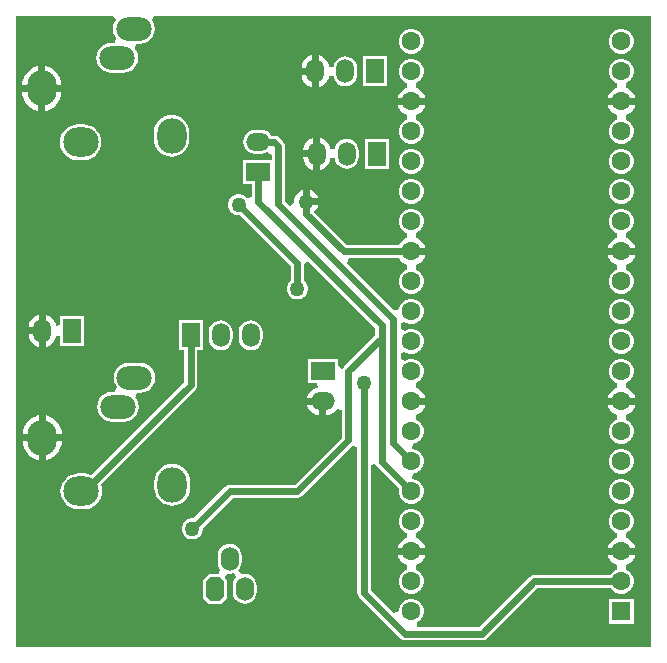
<source format=gbr>
%TF.GenerationSoftware,Altium Limited,Altium Designer,25.8.1 (18)*%
G04 Layer_Physical_Order=2*
G04 Layer_Color=16711680*
%FSLAX45Y45*%
%MOMM*%
%TF.SameCoordinates,EFCC0B50-9DCE-48EA-B2C5-4199F32896F4*%
%TF.FilePolarity,Positive*%
%TF.FileFunction,Copper,L2,Bot,Signal*%
%TF.Part,Single*%
G01*
G75*
%TA.AperFunction,Conductor*%
%ADD14C,0.60000*%
%TA.AperFunction,ComponentPad*%
%ADD15R,2.00000X1.50000*%
%ADD16O,2.00000X1.50000*%
%ADD17C,1.60000*%
%ADD18R,1.60000X1.60000*%
%ADD19O,2.50000X3.00000*%
%ADD20O,1.50000X2.00000*%
%ADD21O,3.00000X2.50000*%
%ADD22O,3.00000X2.00000*%
%ADD23O,1.52400X2.03200*%
G04:AMPARAMS|DCode=24|XSize=1.524mm|YSize=2.032mm|CornerRadius=0mm|HoleSize=0mm|Usage=FLASHONLY|Rotation=0.000|XOffset=0mm|YOffset=0mm|HoleType=Round|Shape=Octagon|*
%AMOCTAGOND24*
4,1,8,-0.38100,1.01600,0.38100,1.01600,0.76200,0.63500,0.76200,-0.63500,0.38100,-1.01600,-0.38100,-1.01600,-0.76200,-0.63500,-0.76200,0.63500,-0.38100,1.01600,0.0*
%
%ADD24OCTAGOND24*%

%ADD25R,1.50000X2.00000*%
%TA.AperFunction,ViaPad*%
%ADD26C,1.27000*%
G36*
X7949453Y7303247D02*
X2570446D01*
Y12650753D01*
X3396576D01*
X3416302Y12610754D01*
X3409463Y12601841D01*
X3396828Y12571336D01*
X3392518Y12538600D01*
X3396828Y12505864D01*
X3409463Y12475359D01*
X3421185Y12460082D01*
X3407762Y12424666D01*
X3403682Y12420082D01*
X3379000D01*
X3346264Y12415772D01*
X3315759Y12403137D01*
X3289564Y12383036D01*
X3269463Y12356841D01*
X3256828Y12326336D01*
X3252518Y12293600D01*
X3256828Y12260864D01*
X3269463Y12230359D01*
X3289564Y12204164D01*
X3315759Y12184063D01*
X3346264Y12171428D01*
X3379000Y12167118D01*
X3479000D01*
X3511736Y12171428D01*
X3542241Y12184063D01*
X3568436Y12204164D01*
X3588537Y12230359D01*
X3601172Y12260864D01*
X3605482Y12293600D01*
X3601172Y12326336D01*
X3588537Y12356841D01*
X3576814Y12372118D01*
X3590238Y12407534D01*
X3594318Y12412118D01*
X3619000D01*
X3651736Y12416428D01*
X3682241Y12429063D01*
X3708436Y12449164D01*
X3728537Y12475359D01*
X3741172Y12505864D01*
X3745482Y12538600D01*
X3741172Y12571336D01*
X3728537Y12601841D01*
X3721698Y12610754D01*
X3741424Y12650753D01*
X7949453D01*
Y7303247D01*
D02*
G37*
%LPC*%
G36*
X7710076Y12538700D02*
X7682324D01*
X7655517Y12531517D01*
X7631483Y12517641D01*
X7611859Y12498017D01*
X7597983Y12473983D01*
X7590800Y12447176D01*
Y12419424D01*
X7597983Y12392617D01*
X7611859Y12368583D01*
X7631483Y12348959D01*
X7655517Y12335083D01*
X7682324Y12327900D01*
X7710076D01*
X7736883Y12335083D01*
X7760917Y12348959D01*
X7780541Y12368583D01*
X7794417Y12392617D01*
X7801600Y12419424D01*
Y12447176D01*
X7794417Y12473983D01*
X7780541Y12498017D01*
X7760917Y12517641D01*
X7736883Y12531517D01*
X7710076Y12538700D01*
D02*
G37*
G36*
X5932076D02*
X5904324D01*
X5877517Y12531517D01*
X5853483Y12517641D01*
X5833859Y12498017D01*
X5819983Y12473983D01*
X5812800Y12447176D01*
Y12419424D01*
X5819983Y12392617D01*
X5833859Y12368583D01*
X5853483Y12348959D01*
X5877517Y12335083D01*
X5904324Y12327900D01*
X5932076D01*
X5958883Y12335083D01*
X5982917Y12348959D01*
X6002541Y12368583D01*
X6016417Y12392617D01*
X6023600Y12419424D01*
Y12447176D01*
X6016417Y12473983D01*
X6002541Y12498017D01*
X5982917Y12517641D01*
X5958883Y12531517D01*
X5932076Y12538700D01*
D02*
G37*
G36*
X5075400Y12316343D02*
X5075379Y12316340D01*
X5047404Y12304752D01*
X5023381Y12286319D01*
X5004948Y12262296D01*
X4993360Y12234321D01*
X4990066Y12209300D01*
X5075400D01*
Y12316343D01*
D02*
G37*
G36*
X2819000Y12221444D02*
Y12063600D01*
X2954306D01*
X2951613Y12090946D01*
X2942178Y12122048D01*
X2926856Y12150713D01*
X2906237Y12175837D01*
X2881113Y12196456D01*
X2852448Y12211777D01*
X2821346Y12221213D01*
X2819000Y12221444D01*
D02*
G37*
G36*
X2759000D02*
X2756654Y12221213D01*
X2725552Y12211777D01*
X2696887Y12196456D01*
X2671763Y12175837D01*
X2651144Y12150713D01*
X2635823Y12122048D01*
X2626387Y12090946D01*
X2623694Y12063600D01*
X2759000D01*
Y12221444D01*
D02*
G37*
G36*
X5713800Y12304700D02*
X5513000D01*
Y12053900D01*
X5713800D01*
Y12304700D01*
D02*
G37*
G36*
X5135400Y12316343D02*
Y12179300D01*
Y12042257D01*
X5135421Y12042260D01*
X5163396Y12053848D01*
X5187419Y12072281D01*
X5205852Y12096304D01*
X5217440Y12124279D01*
X5219591Y12140614D01*
X5259936D01*
X5261584Y12128090D01*
X5271701Y12103667D01*
X5287794Y12082694D01*
X5308767Y12066601D01*
X5333190Y12056484D01*
X5359400Y12053034D01*
X5385610Y12056484D01*
X5410033Y12066601D01*
X5431006Y12082694D01*
X5447099Y12103667D01*
X5457216Y12128090D01*
X5460666Y12154300D01*
Y12204300D01*
X5457216Y12230510D01*
X5447099Y12254933D01*
X5431006Y12275906D01*
X5410033Y12291999D01*
X5385610Y12302116D01*
X5359400Y12305566D01*
X5333190Y12302116D01*
X5308767Y12291999D01*
X5287794Y12275906D01*
X5271701Y12254933D01*
X5261584Y12230510D01*
X5259936Y12217986D01*
X5219591D01*
X5217440Y12234321D01*
X5205852Y12262296D01*
X5187419Y12286319D01*
X5163396Y12304752D01*
X5135421Y12316340D01*
X5135400Y12316343D01*
D02*
G37*
G36*
X5075400Y12149300D02*
X4990066D01*
X4993360Y12124279D01*
X5004948Y12096304D01*
X5023381Y12072281D01*
X5047404Y12053848D01*
X5075379Y12042260D01*
X5075400Y12042257D01*
Y12149300D01*
D02*
G37*
G36*
X7710076Y12284700D02*
X7682324D01*
X7655517Y12277517D01*
X7631483Y12263641D01*
X7611859Y12244017D01*
X7597983Y12219983D01*
X7590800Y12193176D01*
Y12165424D01*
X7597983Y12138617D01*
X7611859Y12114583D01*
X7631483Y12094959D01*
X7655517Y12081083D01*
X7657458Y12080563D01*
Y12039152D01*
X7649882Y12037122D01*
X7622518Y12021324D01*
X7600176Y11998982D01*
X7584378Y11971618D01*
X7580006Y11955300D01*
X7696200D01*
X7812394D01*
X7808022Y11971618D01*
X7792224Y11998982D01*
X7769882Y12021324D01*
X7742518Y12037122D01*
X7734942Y12039152D01*
Y12080563D01*
X7736883Y12081083D01*
X7760917Y12094959D01*
X7780541Y12114583D01*
X7794417Y12138617D01*
X7801600Y12165424D01*
Y12193176D01*
X7794417Y12219983D01*
X7780541Y12244017D01*
X7760917Y12263641D01*
X7736883Y12277517D01*
X7710076Y12284700D01*
D02*
G37*
G36*
X5932076D02*
X5904324D01*
X5877517Y12277517D01*
X5853483Y12263641D01*
X5833859Y12244017D01*
X5819983Y12219983D01*
X5812800Y12193176D01*
Y12165424D01*
X5819983Y12138617D01*
X5833859Y12114583D01*
X5853483Y12094959D01*
X5877517Y12081083D01*
X5879458Y12080563D01*
Y12039152D01*
X5871882Y12037122D01*
X5844518Y12021324D01*
X5822176Y11998982D01*
X5806378Y11971618D01*
X5802006Y11955300D01*
X5918200D01*
X6034394D01*
X6030022Y11971618D01*
X6014224Y11998982D01*
X5991882Y12021324D01*
X5964518Y12037122D01*
X5956942Y12039152D01*
Y12080563D01*
X5958883Y12081083D01*
X5982917Y12094959D01*
X6002541Y12114583D01*
X6016417Y12138617D01*
X6023600Y12165424D01*
Y12193176D01*
X6016417Y12219983D01*
X6002541Y12244017D01*
X5982917Y12263641D01*
X5958883Y12277517D01*
X5932076Y12284700D01*
D02*
G37*
G36*
X2954306Y12003600D02*
X2819000D01*
Y11845756D01*
X2821346Y11845987D01*
X2852448Y11855423D01*
X2881113Y11870744D01*
X2906237Y11891363D01*
X2926856Y11916487D01*
X2942178Y11945152D01*
X2951613Y11976254D01*
X2954306Y12003600D01*
D02*
G37*
G36*
X2759000D02*
X2623694D01*
X2626387Y11976254D01*
X2635823Y11945152D01*
X2651144Y11916487D01*
X2671763Y11891363D01*
X2696887Y11870744D01*
X2725552Y11855423D01*
X2756654Y11845987D01*
X2759000Y11845756D01*
Y12003600D01*
D02*
G37*
G36*
X7812394Y11895300D02*
X7696200D01*
X7580006D01*
X7584378Y11878982D01*
X7600176Y11851618D01*
X7622518Y11829276D01*
X7649882Y11813478D01*
X7657458Y11811448D01*
Y11770037D01*
X7655517Y11769517D01*
X7631483Y11755641D01*
X7611859Y11736017D01*
X7597983Y11711983D01*
X7590800Y11685176D01*
Y11657424D01*
X7597983Y11630617D01*
X7611859Y11606583D01*
X7631483Y11586959D01*
X7655517Y11573083D01*
X7682324Y11565900D01*
X7710076D01*
X7736883Y11573083D01*
X7760917Y11586959D01*
X7780541Y11606583D01*
X7794417Y11630617D01*
X7801600Y11657424D01*
Y11685176D01*
X7794417Y11711983D01*
X7780541Y11736017D01*
X7760917Y11755641D01*
X7736883Y11769517D01*
X7734942Y11770037D01*
Y11811448D01*
X7742518Y11813478D01*
X7769882Y11829276D01*
X7792224Y11851618D01*
X7808022Y11878982D01*
X7812394Y11895300D01*
D02*
G37*
G36*
X6034394D02*
X5918200D01*
X5802006D01*
X5806378Y11878982D01*
X5822176Y11851618D01*
X5844518Y11829276D01*
X5871882Y11813478D01*
X5879458Y11811448D01*
Y11770037D01*
X5877517Y11769517D01*
X5853483Y11755641D01*
X5833859Y11736017D01*
X5819983Y11711983D01*
X5812800Y11685176D01*
Y11657424D01*
X5819983Y11630617D01*
X5833859Y11606583D01*
X5853483Y11586959D01*
X5877517Y11573083D01*
X5904324Y11565900D01*
X5932076D01*
X5958883Y11573083D01*
X5982917Y11586959D01*
X6002541Y11606583D01*
X6016417Y11630617D01*
X6023600Y11657424D01*
Y11685176D01*
X6016417Y11711983D01*
X6002541Y11736017D01*
X5982917Y11755641D01*
X5958883Y11769517D01*
X5956942Y11770037D01*
Y11811448D01*
X5964518Y11813478D01*
X5991882Y11829276D01*
X6014224Y11851618D01*
X6030022Y11878982D01*
X6034394Y11895300D01*
D02*
G37*
G36*
X5088100Y11617843D02*
X5088079Y11617840D01*
X5060104Y11606252D01*
X5036081Y11587819D01*
X5017648Y11563796D01*
X5006060Y11535821D01*
X5002766Y11510800D01*
X5088100D01*
Y11617843D01*
D02*
G37*
G36*
X3889000Y11809728D02*
X3859516Y11806824D01*
X3831166Y11798224D01*
X3805038Y11784258D01*
X3782136Y11765463D01*
X3763342Y11742562D01*
X3749376Y11716434D01*
X3740776Y11688084D01*
X3737872Y11658600D01*
Y11608600D01*
X3740776Y11579117D01*
X3749376Y11550766D01*
X3763342Y11524638D01*
X3782136Y11501737D01*
X3805038Y11482942D01*
X3831166Y11468976D01*
X3859516Y11460376D01*
X3889000Y11457472D01*
X3918483Y11460376D01*
X3946834Y11468976D01*
X3972962Y11482942D01*
X3995863Y11501737D01*
X4014658Y11524638D01*
X4028624Y11550766D01*
X4037224Y11579117D01*
X4040128Y11608600D01*
Y11658600D01*
X4037224Y11688084D01*
X4028624Y11716434D01*
X4014658Y11742562D01*
X3995863Y11765463D01*
X3972962Y11784258D01*
X3946834Y11798224D01*
X3918483Y11806824D01*
X3889000Y11809728D01*
D02*
G37*
G36*
X3144000Y11729728D02*
X3094000D01*
X3064516Y11726824D01*
X3036166Y11718224D01*
X3010038Y11704258D01*
X2987137Y11685463D01*
X2968342Y11662562D01*
X2954376Y11636434D01*
X2945776Y11608083D01*
X2942872Y11578600D01*
X2945776Y11549116D01*
X2954376Y11520766D01*
X2968342Y11494638D01*
X2987137Y11471737D01*
X3010038Y11452942D01*
X3036166Y11438976D01*
X3064516Y11430376D01*
X3094000Y11427472D01*
X3144000D01*
X3173483Y11430376D01*
X3201834Y11438976D01*
X3227962Y11452942D01*
X3250863Y11471737D01*
X3269658Y11494638D01*
X3283624Y11520766D01*
X3292224Y11549116D01*
X3295128Y11578600D01*
X3292224Y11608083D01*
X3283624Y11636434D01*
X3269658Y11662562D01*
X3250863Y11685463D01*
X3227962Y11704258D01*
X3201834Y11718224D01*
X3173483Y11726824D01*
X3144000Y11729728D01*
D02*
G37*
G36*
X5726500Y11606200D02*
X5525700D01*
Y11355400D01*
X5726500D01*
Y11606200D01*
D02*
G37*
G36*
X5148100Y11617843D02*
Y11480800D01*
Y11343757D01*
X5148121Y11343760D01*
X5176096Y11355348D01*
X5200119Y11373781D01*
X5218552Y11397804D01*
X5230140Y11425779D01*
X5232291Y11442114D01*
X5272636D01*
X5274284Y11429590D01*
X5284401Y11405167D01*
X5300494Y11384194D01*
X5321467Y11368101D01*
X5345890Y11357984D01*
X5372100Y11354534D01*
X5398310Y11357984D01*
X5422733Y11368101D01*
X5443706Y11384194D01*
X5459799Y11405167D01*
X5469916Y11429590D01*
X5473366Y11455800D01*
Y11505800D01*
X5469916Y11532010D01*
X5459799Y11556433D01*
X5443706Y11577406D01*
X5422733Y11593499D01*
X5398310Y11603616D01*
X5372100Y11607066D01*
X5345890Y11603616D01*
X5321467Y11593499D01*
X5300494Y11577406D01*
X5284401Y11556433D01*
X5274284Y11532010D01*
X5272636Y11519486D01*
X5232291D01*
X5230140Y11535821D01*
X5218552Y11563796D01*
X5200119Y11587819D01*
X5176096Y11606252D01*
X5148121Y11617840D01*
X5148100Y11617843D01*
D02*
G37*
G36*
X5088100Y11450800D02*
X5002766D01*
X5006060Y11425779D01*
X5017648Y11397804D01*
X5036081Y11373781D01*
X5060104Y11355348D01*
X5088079Y11343760D01*
X5088100Y11343757D01*
Y11450800D01*
D02*
G37*
G36*
X7710076Y11522700D02*
X7682324D01*
X7655517Y11515517D01*
X7631483Y11501641D01*
X7611859Y11482017D01*
X7597983Y11457983D01*
X7590800Y11431176D01*
Y11403424D01*
X7597983Y11376617D01*
X7611859Y11352583D01*
X7631483Y11332959D01*
X7655517Y11319083D01*
X7682324Y11311900D01*
X7710076D01*
X7736883Y11319083D01*
X7760917Y11332959D01*
X7780541Y11352583D01*
X7794417Y11376617D01*
X7801600Y11403424D01*
Y11431176D01*
X7794417Y11457983D01*
X7780541Y11482017D01*
X7760917Y11501641D01*
X7736883Y11515517D01*
X7710076Y11522700D01*
D02*
G37*
G36*
X5932076D02*
X5904324D01*
X5877517Y11515517D01*
X5853483Y11501641D01*
X5833859Y11482017D01*
X5819983Y11457983D01*
X5812800Y11431176D01*
Y11403424D01*
X5819983Y11376617D01*
X5833859Y11352583D01*
X5853483Y11332959D01*
X5877517Y11319083D01*
X5904324Y11311900D01*
X5932076D01*
X5958883Y11319083D01*
X5982917Y11332959D01*
X6002541Y11352583D01*
X6016417Y11376617D01*
X6023600Y11403424D01*
Y11431176D01*
X6016417Y11457983D01*
X6002541Y11482017D01*
X5982917Y11501641D01*
X5958883Y11515517D01*
X5932076Y11522700D01*
D02*
G37*
G36*
X4647800Y11683666D02*
X4597800D01*
X4571590Y11680216D01*
X4547167Y11670099D01*
X4526194Y11654006D01*
X4510101Y11633033D01*
X4499984Y11608610D01*
X4496534Y11582400D01*
X4499984Y11556190D01*
X4510101Y11531767D01*
X4526194Y11510794D01*
X4547167Y11494701D01*
X4571590Y11484584D01*
X4597800Y11481134D01*
X4647800D01*
X4674010Y11484584D01*
X4698433Y11494701D01*
X4736315Y11473349D01*
Y11428800D01*
X4497400D01*
Y11228000D01*
X4566315D01*
Y11118674D01*
X4537606Y11107116D01*
X4526315Y11106109D01*
X4512286Y11120138D01*
X4492014Y11131842D01*
X4469404Y11137900D01*
X4445996D01*
X4423386Y11131842D01*
X4403114Y11120138D01*
X4386562Y11103586D01*
X4374858Y11083314D01*
X4368800Y11060704D01*
Y11037296D01*
X4374858Y11014686D01*
X4386562Y10994414D01*
X4403114Y10977862D01*
X4423386Y10966158D01*
X4445996Y10960100D01*
X4466718D01*
X4896515Y10530303D01*
Y10407038D01*
X4881862Y10392386D01*
X4870158Y10372114D01*
X4864100Y10349504D01*
Y10326096D01*
X4870158Y10303486D01*
X4881862Y10283214D01*
X4898414Y10266662D01*
X4918686Y10254958D01*
X4941296Y10248900D01*
X4964704D01*
X4987314Y10254958D01*
X5007586Y10266662D01*
X5024138Y10283214D01*
X5035842Y10303486D01*
X5041900Y10326096D01*
Y10349504D01*
X5035842Y10372114D01*
X5024138Y10392386D01*
X5009485Y10407038D01*
Y10551264D01*
X5015015Y10556159D01*
X5046954Y10570363D01*
X5609771Y10007547D01*
Y9942714D01*
X5344859Y9677802D01*
X5334300Y9661999D01*
X5331371Y9661581D01*
X5294300Y9683551D01*
Y9739700D01*
X5043500D01*
Y9538900D01*
X5123109D01*
X5125731Y9498900D01*
X5113879Y9497340D01*
X5085904Y9485752D01*
X5061881Y9467319D01*
X5043448Y9443296D01*
X5031860Y9415321D01*
X5031857Y9415300D01*
X5168900D01*
Y9385300D01*
X5198900D01*
Y9269966D01*
X5223921Y9273260D01*
X5251896Y9284848D01*
X5275919Y9303281D01*
X5288315Y9319436D01*
X5321545Y9312651D01*
X5328315Y9309004D01*
Y9078497D01*
X4929603Y8679785D01*
X4381501D01*
X4381500Y8679786D01*
X4359884Y8675486D01*
X4341559Y8663241D01*
X4341558Y8663240D01*
X4073018Y8394700D01*
X4052296D01*
X4029686Y8388642D01*
X4009414Y8376938D01*
X3992862Y8360386D01*
X3981158Y8340114D01*
X3975100Y8317504D01*
Y8294096D01*
X3981158Y8271486D01*
X3992862Y8251214D01*
X4009414Y8234662D01*
X4029686Y8222958D01*
X4052296Y8216900D01*
X4075704D01*
X4098314Y8222958D01*
X4118586Y8234662D01*
X4135138Y8251214D01*
X4146842Y8271486D01*
X4152900Y8294096D01*
Y8314818D01*
X4404897Y8566815D01*
X4952999D01*
X4953000Y8566814D01*
X4974616Y8571114D01*
X4992941Y8583359D01*
X5421465Y9011883D01*
X5435242Y9010287D01*
X5461465Y8998121D01*
Y7766251D01*
X5461465Y7766250D01*
X5465765Y7744634D01*
X5478009Y7726309D01*
X5827458Y7376860D01*
X5827459Y7376859D01*
X5845784Y7364614D01*
X5867400Y7360314D01*
X5867402Y7360315D01*
X6515826D01*
X6515827Y7360314D01*
X6537443Y7364614D01*
X6555769Y7376859D01*
X6983724Y7804815D01*
X7607106D01*
X7611859Y7796583D01*
X7631483Y7776959D01*
X7655517Y7763083D01*
X7682324Y7755900D01*
X7710076D01*
X7736883Y7763083D01*
X7760917Y7776959D01*
X7780541Y7796583D01*
X7794417Y7820617D01*
X7801600Y7847424D01*
Y7875176D01*
X7794417Y7901983D01*
X7780541Y7926017D01*
X7760917Y7945641D01*
X7736883Y7959517D01*
X7734942Y7960037D01*
Y8001448D01*
X7742518Y8003478D01*
X7769882Y8019276D01*
X7792224Y8041618D01*
X7808022Y8068982D01*
X7812394Y8085300D01*
X7696200D01*
X7580006D01*
X7584378Y8068982D01*
X7600176Y8041618D01*
X7622518Y8019276D01*
X7649882Y8003478D01*
X7657458Y8001448D01*
Y7960037D01*
X7655517Y7959517D01*
X7631483Y7945641D01*
X7611859Y7926017D01*
X7607106Y7917785D01*
X6960329D01*
X6960327Y7917786D01*
X6938712Y7913486D01*
X6920386Y7901241D01*
X6920386Y7901240D01*
X6492430Y7473285D01*
X5972936D01*
X5969147Y7482937D01*
X5966162Y7513285D01*
X5982917Y7522959D01*
X6002541Y7542583D01*
X6016417Y7566617D01*
X6023600Y7593424D01*
Y7621176D01*
X6016417Y7647983D01*
X6002541Y7672017D01*
X5982917Y7691641D01*
X5958883Y7705517D01*
X5932076Y7712700D01*
X5904324D01*
X5877517Y7705517D01*
X5853483Y7691641D01*
X5833859Y7672017D01*
X5819983Y7647983D01*
X5812800Y7621176D01*
Y7607851D01*
X5774314Y7589768D01*
X5574435Y7789647D01*
Y8847856D01*
X5614071Y8853627D01*
X5626315Y8835302D01*
X5815260Y8646357D01*
X5812800Y8637176D01*
Y8609424D01*
X5819983Y8582617D01*
X5833859Y8558583D01*
X5853483Y8538959D01*
X5877517Y8525083D01*
X5904324Y8517900D01*
X5932076D01*
X5958883Y8525083D01*
X5982917Y8538959D01*
X6002541Y8558583D01*
X6016417Y8582617D01*
X6023600Y8609424D01*
Y8637176D01*
X6016417Y8663983D01*
X6002541Y8688017D01*
X5982917Y8707641D01*
X5958883Y8721517D01*
X5932076Y8728700D01*
X5927377D01*
X5925315Y8731900D01*
X5927369Y8744055D01*
X5944912Y8775340D01*
X5958883Y8779083D01*
X5982917Y8792959D01*
X6002541Y8812583D01*
X6016417Y8836617D01*
X6023600Y8863424D01*
Y8891176D01*
X6016417Y8917983D01*
X6002541Y8942017D01*
X5982917Y8961641D01*
X5958883Y8975517D01*
X5932076Y8982700D01*
X5927377D01*
X5925315Y8985900D01*
X5927369Y8998055D01*
X5944912Y9029340D01*
X5958883Y9033083D01*
X5982917Y9046959D01*
X6002541Y9066583D01*
X6016417Y9090617D01*
X6023600Y9117424D01*
Y9145176D01*
X6016417Y9171983D01*
X6002541Y9196017D01*
X5982917Y9215641D01*
X5958883Y9229517D01*
X5956942Y9230037D01*
Y9271448D01*
X5964518Y9273478D01*
X5991882Y9289276D01*
X6014224Y9311618D01*
X6030022Y9338982D01*
X6034394Y9355300D01*
X5918200D01*
Y9415300D01*
X6034394D01*
X6030022Y9431618D01*
X6014224Y9458982D01*
X5991882Y9481324D01*
X5964518Y9497122D01*
X5956942Y9499152D01*
Y9540563D01*
X5958883Y9541083D01*
X5982917Y9554959D01*
X6002541Y9574583D01*
X6016417Y9598617D01*
X6023600Y9625424D01*
Y9653176D01*
X6016417Y9679983D01*
X6002541Y9704017D01*
X5982917Y9723641D01*
X5958883Y9737517D01*
X5932076Y9744700D01*
X5904324D01*
X5877517Y9737517D01*
X5862742Y9728987D01*
X5834069Y9739952D01*
X5827147Y9745767D01*
Y9786833D01*
X5834069Y9792648D01*
X5862742Y9803613D01*
X5877517Y9795083D01*
X5904324Y9787900D01*
X5932076D01*
X5958883Y9795083D01*
X5982917Y9808959D01*
X6002541Y9828583D01*
X6016417Y9852617D01*
X6023600Y9879424D01*
Y9907176D01*
X6016417Y9933983D01*
X6002541Y9958017D01*
X5982917Y9977641D01*
X5958883Y9991517D01*
X5932076Y9998700D01*
X5904324D01*
X5877517Y9991517D01*
X5862742Y9982987D01*
X5834069Y9993952D01*
X5827147Y9999767D01*
Y10040833D01*
X5834069Y10046648D01*
X5862742Y10057613D01*
X5877517Y10049083D01*
X5904324Y10041900D01*
X5932076D01*
X5958883Y10049083D01*
X5982917Y10062959D01*
X6002541Y10082583D01*
X6016417Y10106617D01*
X6023600Y10133424D01*
Y10161176D01*
X6016417Y10187983D01*
X6002541Y10212017D01*
X5982917Y10231641D01*
X5958883Y10245517D01*
X5932076Y10252700D01*
X5904324D01*
X5877517Y10245517D01*
X5853483Y10231641D01*
X5833859Y10212017D01*
X5819983Y10187983D01*
X5815352Y10170699D01*
X5788826Y10158483D01*
X5772800Y10156683D01*
X5370668Y10558815D01*
X5387237Y10598815D01*
X5812248D01*
X5822176Y10581618D01*
X5844518Y10559276D01*
X5871882Y10543478D01*
X5879458Y10541448D01*
Y10500037D01*
X5877517Y10499517D01*
X5853483Y10485641D01*
X5833859Y10466017D01*
X5819983Y10441983D01*
X5812800Y10415176D01*
Y10387424D01*
X5819983Y10360617D01*
X5833859Y10336583D01*
X5853483Y10316959D01*
X5877517Y10303083D01*
X5904324Y10295900D01*
X5932076D01*
X5958883Y10303083D01*
X5982917Y10316959D01*
X6002541Y10336583D01*
X6016417Y10360617D01*
X6023600Y10387424D01*
Y10415176D01*
X6016417Y10441983D01*
X6002541Y10466017D01*
X5982917Y10485641D01*
X5958883Y10499517D01*
X5956942Y10500037D01*
Y10541448D01*
X5964518Y10543478D01*
X5991882Y10559276D01*
X6014224Y10581618D01*
X6030022Y10608982D01*
X6034394Y10625300D01*
X5918200D01*
Y10685300D01*
X6034394D01*
X6030022Y10701618D01*
X6014224Y10728982D01*
X5991882Y10751324D01*
X5964518Y10767122D01*
X5956942Y10769152D01*
Y10810563D01*
X5958883Y10811083D01*
X5982917Y10824959D01*
X6002541Y10844583D01*
X6016417Y10868617D01*
X6023600Y10895424D01*
Y10923176D01*
X6016417Y10949983D01*
X6002541Y10974017D01*
X5982917Y10993641D01*
X5958883Y11007517D01*
X5932076Y11014700D01*
X5904324D01*
X5877517Y11007517D01*
X5853483Y10993641D01*
X5833859Y10974017D01*
X5819983Y10949983D01*
X5812800Y10923176D01*
Y10895424D01*
X5819983Y10868617D01*
X5833859Y10844583D01*
X5853483Y10824959D01*
X5877517Y10811083D01*
X5879458Y10810563D01*
Y10769152D01*
X5871882Y10767122D01*
X5844518Y10751324D01*
X5822176Y10728982D01*
X5812248Y10711785D01*
X5370097D01*
X5092466Y10989417D01*
X5092751Y10991580D01*
X5112021Y11010849D01*
X5125647Y11034451D01*
X5128313Y11044400D01*
X5029200D01*
Y11074400D01*
X4999200D01*
Y11173513D01*
X4989251Y11170847D01*
X4965649Y11157221D01*
X4946379Y11137951D01*
X4932753Y11114349D01*
X4925700Y11088026D01*
Y11060774D01*
X4925855Y11060197D01*
X4889992Y11039491D01*
X4849285Y11080198D01*
Y11543759D01*
X4849285Y11543761D01*
X4844985Y11565376D01*
X4832741Y11583702D01*
X4832740Y11583702D01*
X4797594Y11618849D01*
X4779269Y11631093D01*
X4757653Y11635393D01*
X4757651Y11635393D01*
X4733689D01*
X4719406Y11654006D01*
X4698433Y11670099D01*
X4674010Y11680216D01*
X4647800Y11683666D01*
D02*
G37*
G36*
X5059200Y11173513D02*
Y11104400D01*
X5128313D01*
X5125647Y11114349D01*
X5112021Y11137951D01*
X5092751Y11157221D01*
X5069149Y11170847D01*
X5059200Y11173513D01*
D02*
G37*
G36*
X7710076Y11268700D02*
X7682324D01*
X7655517Y11261517D01*
X7631483Y11247641D01*
X7611859Y11228017D01*
X7597983Y11203983D01*
X7590800Y11177176D01*
Y11149424D01*
X7597983Y11122617D01*
X7611859Y11098583D01*
X7631483Y11078959D01*
X7655517Y11065083D01*
X7682324Y11057900D01*
X7710076D01*
X7736883Y11065083D01*
X7760917Y11078959D01*
X7780541Y11098583D01*
X7794417Y11122617D01*
X7801600Y11149424D01*
Y11177176D01*
X7794417Y11203983D01*
X7780541Y11228017D01*
X7760917Y11247641D01*
X7736883Y11261517D01*
X7710076Y11268700D01*
D02*
G37*
G36*
X5932076D02*
X5904324D01*
X5877517Y11261517D01*
X5853483Y11247641D01*
X5833859Y11228017D01*
X5819983Y11203983D01*
X5812800Y11177176D01*
Y11149424D01*
X5819983Y11122617D01*
X5833859Y11098583D01*
X5853483Y11078959D01*
X5877517Y11065083D01*
X5904324Y11057900D01*
X5932076D01*
X5958883Y11065083D01*
X5982917Y11078959D01*
X6002541Y11098583D01*
X6016417Y11122617D01*
X6023600Y11149424D01*
Y11177176D01*
X6016417Y11203983D01*
X6002541Y11228017D01*
X5982917Y11247641D01*
X5958883Y11261517D01*
X5932076Y11268700D01*
D02*
G37*
G36*
X7710076Y11014700D02*
X7682324D01*
X7655517Y11007517D01*
X7631483Y10993641D01*
X7611859Y10974017D01*
X7597983Y10949983D01*
X7590800Y10923176D01*
Y10895424D01*
X7597983Y10868617D01*
X7611859Y10844583D01*
X7631483Y10824959D01*
X7655517Y10811083D01*
X7657458Y10810563D01*
Y10769152D01*
X7649882Y10767122D01*
X7622518Y10751324D01*
X7600176Y10728982D01*
X7584378Y10701618D01*
X7580006Y10685300D01*
X7696200D01*
X7812394D01*
X7808022Y10701618D01*
X7792224Y10728982D01*
X7769882Y10751324D01*
X7742518Y10767122D01*
X7734942Y10769152D01*
Y10810563D01*
X7736883Y10811083D01*
X7760917Y10824959D01*
X7780541Y10844583D01*
X7794417Y10868617D01*
X7801600Y10895424D01*
Y10923176D01*
X7794417Y10949983D01*
X7780541Y10974017D01*
X7760917Y10993641D01*
X7736883Y11007517D01*
X7710076Y11014700D01*
D02*
G37*
G36*
X7812394Y10625300D02*
X7696200D01*
X7580006D01*
X7584378Y10608982D01*
X7600176Y10581618D01*
X7622518Y10559276D01*
X7649882Y10543478D01*
X7657458Y10541448D01*
Y10500037D01*
X7655517Y10499517D01*
X7631483Y10485641D01*
X7611859Y10466017D01*
X7597983Y10441983D01*
X7590800Y10415176D01*
Y10387424D01*
X7597983Y10360617D01*
X7611859Y10336583D01*
X7631483Y10316959D01*
X7655517Y10303083D01*
X7682324Y10295900D01*
X7710076D01*
X7736883Y10303083D01*
X7760917Y10316959D01*
X7780541Y10336583D01*
X7794417Y10360617D01*
X7801600Y10387424D01*
Y10415176D01*
X7794417Y10441983D01*
X7780541Y10466017D01*
X7760917Y10485641D01*
X7736883Y10499517D01*
X7734942Y10500037D01*
Y10541448D01*
X7742518Y10543478D01*
X7769882Y10559276D01*
X7792224Y10581618D01*
X7808022Y10608982D01*
X7812394Y10625300D01*
D02*
G37*
G36*
X7710076Y10252700D02*
X7682324D01*
X7655517Y10245517D01*
X7631483Y10231641D01*
X7611859Y10212017D01*
X7597983Y10187983D01*
X7590800Y10161176D01*
Y10133424D01*
X7597983Y10106617D01*
X7611859Y10082583D01*
X7631483Y10062959D01*
X7655517Y10049083D01*
X7682324Y10041900D01*
X7710076D01*
X7736883Y10049083D01*
X7760917Y10062959D01*
X7780541Y10082583D01*
X7794417Y10106617D01*
X7801600Y10133424D01*
Y10161176D01*
X7794417Y10187983D01*
X7780541Y10212017D01*
X7760917Y10231641D01*
X7736883Y10245517D01*
X7710076Y10252700D01*
D02*
G37*
G36*
X2764000Y10119243D02*
X2763979Y10119240D01*
X2736004Y10107652D01*
X2711981Y10089219D01*
X2693548Y10065196D01*
X2681960Y10037221D01*
X2678666Y10012200D01*
X2764000D01*
Y10119243D01*
D02*
G37*
G36*
X2824000D02*
Y9982200D01*
Y9845157D01*
X2824021Y9845160D01*
X2851996Y9856748D01*
X2876019Y9875181D01*
X2894452Y9899204D01*
X2906040Y9927179D01*
X2907600Y9939031D01*
X2947600Y9936409D01*
Y9856800D01*
X3148400D01*
Y10107600D01*
X2947600D01*
Y10027991D01*
X2907600Y10025369D01*
X2906040Y10037221D01*
X2894452Y10065196D01*
X2876019Y10089219D01*
X2851996Y10107652D01*
X2824021Y10119240D01*
X2824000Y10119243D01*
D02*
G37*
G36*
X2764000Y9952200D02*
X2678666D01*
X2681960Y9927179D01*
X2693548Y9899204D01*
X2711981Y9875181D01*
X2736004Y9856748D01*
X2763979Y9845160D01*
X2764000Y9845157D01*
Y9952200D01*
D02*
G37*
G36*
X4559300Y10070366D02*
X4533090Y10066916D01*
X4508667Y10056799D01*
X4487694Y10040706D01*
X4471601Y10019733D01*
X4461484Y9995310D01*
X4458034Y9969100D01*
Y9919100D01*
X4461484Y9892890D01*
X4471601Y9868467D01*
X4487694Y9847494D01*
X4508667Y9831401D01*
X4533090Y9821284D01*
X4559300Y9817834D01*
X4585510Y9821284D01*
X4609933Y9831401D01*
X4630906Y9847494D01*
X4646999Y9868467D01*
X4657116Y9892890D01*
X4660566Y9919100D01*
Y9969100D01*
X4657116Y9995310D01*
X4646999Y10019733D01*
X4630906Y10040706D01*
X4609933Y10056799D01*
X4585510Y10066916D01*
X4559300Y10070366D01*
D02*
G37*
G36*
X4305300D02*
X4279090Y10066916D01*
X4254667Y10056799D01*
X4233694Y10040706D01*
X4217601Y10019733D01*
X4207484Y9995310D01*
X4204034Y9969100D01*
Y9919100D01*
X4207484Y9892890D01*
X4217601Y9868467D01*
X4233694Y9847494D01*
X4254667Y9831401D01*
X4279090Y9821284D01*
X4305300Y9817834D01*
X4331510Y9821284D01*
X4355933Y9831401D01*
X4376906Y9847494D01*
X4392999Y9868467D01*
X4403116Y9892890D01*
X4406566Y9919100D01*
Y9969100D01*
X4403116Y9995310D01*
X4392999Y10019733D01*
X4376906Y10040706D01*
X4355933Y10056799D01*
X4331510Y10066916D01*
X4305300Y10070366D01*
D02*
G37*
G36*
X7710076Y9998700D02*
X7682324D01*
X7655517Y9991517D01*
X7631483Y9977641D01*
X7611859Y9958017D01*
X7597983Y9933983D01*
X7590800Y9907176D01*
Y9879424D01*
X7597983Y9852617D01*
X7611859Y9828583D01*
X7631483Y9808959D01*
X7655517Y9795083D01*
X7682324Y9787900D01*
X7710076D01*
X7736883Y9795083D01*
X7760917Y9808959D01*
X7780541Y9828583D01*
X7794417Y9852617D01*
X7801600Y9879424D01*
Y9907176D01*
X7794417Y9933983D01*
X7780541Y9958017D01*
X7760917Y9977641D01*
X7736883Y9991517D01*
X7710076Y9998700D01*
D02*
G37*
G36*
Y9744700D02*
X7682324D01*
X7655517Y9737517D01*
X7631483Y9723641D01*
X7611859Y9704017D01*
X7597983Y9679983D01*
X7590800Y9653176D01*
Y9625424D01*
X7597983Y9598617D01*
X7611859Y9574583D01*
X7631483Y9554959D01*
X7655517Y9541083D01*
X7657458Y9540563D01*
Y9499152D01*
X7649882Y9497122D01*
X7622518Y9481324D01*
X7600176Y9458982D01*
X7584378Y9431618D01*
X7580006Y9415300D01*
X7696200D01*
X7812394D01*
X7808022Y9431618D01*
X7792224Y9458982D01*
X7769882Y9481324D01*
X7742518Y9497122D01*
X7734942Y9499152D01*
Y9540563D01*
X7736883Y9541083D01*
X7760917Y9554959D01*
X7780541Y9574583D01*
X7794417Y9598617D01*
X7801600Y9625424D01*
Y9653176D01*
X7794417Y9679983D01*
X7780541Y9704017D01*
X7760917Y9723641D01*
X7736883Y9737517D01*
X7710076Y9744700D01*
D02*
G37*
G36*
X5138900Y9355300D02*
X5031857D01*
X5031860Y9355279D01*
X5043448Y9327304D01*
X5061881Y9303281D01*
X5085904Y9284848D01*
X5113879Y9273260D01*
X5138900Y9269966D01*
Y9355300D01*
D02*
G37*
G36*
X3624200Y9709782D02*
X3524200D01*
X3491464Y9705472D01*
X3460959Y9692837D01*
X3434764Y9672737D01*
X3414663Y9646541D01*
X3402028Y9616036D01*
X3397718Y9583300D01*
X3402028Y9550564D01*
X3414663Y9520059D01*
X3426386Y9504782D01*
X3412962Y9469366D01*
X3408882Y9464782D01*
X3384200D01*
X3351464Y9460472D01*
X3320959Y9447837D01*
X3294764Y9427737D01*
X3274664Y9401541D01*
X3262028Y9371036D01*
X3257718Y9338300D01*
X3262028Y9305564D01*
X3274664Y9275059D01*
X3294764Y9248864D01*
X3320959Y9228763D01*
X3351464Y9216128D01*
X3384200Y9211818D01*
X3484200D01*
X3516936Y9216128D01*
X3547441Y9228763D01*
X3573636Y9248864D01*
X3593737Y9275059D01*
X3606372Y9305564D01*
X3610682Y9338300D01*
X3606372Y9371036D01*
X3593737Y9401541D01*
X3582015Y9416818D01*
X3595439Y9452234D01*
X3599519Y9456818D01*
X3624200D01*
X3656936Y9461128D01*
X3687441Y9473763D01*
X3713636Y9493864D01*
X3733737Y9520059D01*
X3746372Y9550564D01*
X3750682Y9583300D01*
X3746372Y9616036D01*
X3733737Y9646541D01*
X3713636Y9672737D01*
X3687441Y9692837D01*
X3656936Y9705472D01*
X3624200Y9709782D01*
D02*
G37*
G36*
X2824200Y9266144D02*
Y9108300D01*
X2959506D01*
X2956813Y9135646D01*
X2947378Y9166748D01*
X2932056Y9195413D01*
X2911437Y9220537D01*
X2886313Y9241156D01*
X2857648Y9256478D01*
X2826546Y9265913D01*
X2824200Y9266144D01*
D02*
G37*
G36*
X2764200D02*
X2761855Y9265913D01*
X2730752Y9256478D01*
X2702088Y9241156D01*
X2676963Y9220537D01*
X2656344Y9195413D01*
X2641023Y9166748D01*
X2631588Y9135646D01*
X2628894Y9108300D01*
X2764200D01*
Y9266144D01*
D02*
G37*
G36*
X7812394Y9355300D02*
X7696200D01*
X7580006D01*
X7584378Y9338982D01*
X7600176Y9311618D01*
X7622518Y9289276D01*
X7649882Y9273478D01*
X7657458Y9271448D01*
Y9230037D01*
X7655517Y9229517D01*
X7631483Y9215641D01*
X7611859Y9196017D01*
X7597983Y9171983D01*
X7590800Y9145176D01*
Y9117424D01*
X7597983Y9090617D01*
X7611859Y9066583D01*
X7631483Y9046959D01*
X7655517Y9033083D01*
X7682324Y9025900D01*
X7710076D01*
X7736883Y9033083D01*
X7760917Y9046959D01*
X7780541Y9066583D01*
X7794417Y9090617D01*
X7801600Y9117424D01*
Y9145176D01*
X7794417Y9171983D01*
X7780541Y9196017D01*
X7760917Y9215641D01*
X7736883Y9229517D01*
X7734942Y9230037D01*
Y9271448D01*
X7742518Y9273478D01*
X7769882Y9289276D01*
X7792224Y9311618D01*
X7808022Y9338982D01*
X7812394Y9355300D01*
D02*
G37*
G36*
X2959506Y9048300D02*
X2824200D01*
Y8890456D01*
X2826546Y8890688D01*
X2857648Y8900123D01*
X2886313Y8915444D01*
X2911437Y8936063D01*
X2932056Y8961188D01*
X2947378Y8989852D01*
X2956813Y9020955D01*
X2959506Y9048300D01*
D02*
G37*
G36*
X2764200D02*
X2628894D01*
X2631588Y9020955D01*
X2641023Y8989852D01*
X2656344Y8961188D01*
X2676963Y8936063D01*
X2702088Y8915444D01*
X2730752Y8900123D01*
X2761855Y8890688D01*
X2764200Y8890456D01*
Y9048300D01*
D02*
G37*
G36*
X7710076Y8982700D02*
X7682324D01*
X7655517Y8975517D01*
X7631483Y8961641D01*
X7611859Y8942017D01*
X7597983Y8917983D01*
X7590800Y8891176D01*
Y8863424D01*
X7597983Y8836617D01*
X7611859Y8812583D01*
X7631483Y8792959D01*
X7655517Y8779083D01*
X7682324Y8771900D01*
X7710076D01*
X7736883Y8779083D01*
X7760917Y8792959D01*
X7780541Y8812583D01*
X7794417Y8836617D01*
X7801600Y8863424D01*
Y8891176D01*
X7794417Y8917983D01*
X7780541Y8942017D01*
X7760917Y8961641D01*
X7736883Y8975517D01*
X7710076Y8982700D01*
D02*
G37*
G36*
X4151700Y10069500D02*
X3950900D01*
Y9818700D01*
X3994815D01*
Y9548797D01*
X3208277Y8762259D01*
X3207034Y8762924D01*
X3178684Y8771524D01*
X3149200Y8774428D01*
X3099200D01*
X3069716Y8771524D01*
X3041366Y8762924D01*
X3015238Y8748958D01*
X2992337Y8730163D01*
X2973542Y8707262D01*
X2959576Y8681134D01*
X2950976Y8652784D01*
X2948072Y8623300D01*
X2950976Y8593816D01*
X2959576Y8565466D01*
X2973542Y8539338D01*
X2992337Y8516437D01*
X3015238Y8497642D01*
X3041366Y8483676D01*
X3069716Y8475076D01*
X3099200Y8472172D01*
X3149200D01*
X3178684Y8475076D01*
X3207034Y8483676D01*
X3233162Y8497642D01*
X3256063Y8516437D01*
X3274858Y8539338D01*
X3288824Y8565466D01*
X3297424Y8593816D01*
X3300328Y8623300D01*
X3297424Y8652784D01*
X3288824Y8681134D01*
X3288159Y8682377D01*
X4091240Y9485458D01*
X4091241Y9485459D01*
X4103486Y9503784D01*
X4107786Y9525400D01*
X4107785Y9525401D01*
Y9818700D01*
X4151700D01*
Y10069500D01*
D02*
G37*
G36*
X7710076Y8728700D02*
X7682324D01*
X7655517Y8721517D01*
X7631483Y8707641D01*
X7611859Y8688017D01*
X7597983Y8663983D01*
X7590800Y8637176D01*
Y8609424D01*
X7597983Y8582617D01*
X7611859Y8558583D01*
X7631483Y8538959D01*
X7655517Y8525083D01*
X7682324Y8517900D01*
X7710076D01*
X7736883Y8525083D01*
X7760917Y8538959D01*
X7780541Y8558583D01*
X7794417Y8582617D01*
X7801600Y8609424D01*
Y8637176D01*
X7794417Y8663983D01*
X7780541Y8688017D01*
X7760917Y8707641D01*
X7736883Y8721517D01*
X7710076Y8728700D01*
D02*
G37*
G36*
X3894200Y8854428D02*
X3864716Y8851524D01*
X3836366Y8842924D01*
X3810238Y8828958D01*
X3787337Y8810163D01*
X3768542Y8787262D01*
X3754576Y8761134D01*
X3745976Y8732784D01*
X3743072Y8703300D01*
Y8653300D01*
X3745976Y8623817D01*
X3754576Y8595466D01*
X3768542Y8569338D01*
X3787337Y8546437D01*
X3810238Y8527642D01*
X3836366Y8513676D01*
X3864716Y8505076D01*
X3894200Y8502172D01*
X3923684Y8505076D01*
X3952034Y8513676D01*
X3978162Y8527642D01*
X4001063Y8546437D01*
X4019858Y8569338D01*
X4033824Y8595466D01*
X4042424Y8623817D01*
X4045328Y8653300D01*
Y8703300D01*
X4042424Y8732784D01*
X4033824Y8761134D01*
X4019858Y8787262D01*
X4001063Y8810163D01*
X3978162Y8828958D01*
X3952034Y8842924D01*
X3923684Y8851524D01*
X3894200Y8854428D01*
D02*
G37*
G36*
X7710076Y8474700D02*
X7682324D01*
X7655517Y8467517D01*
X7631483Y8453641D01*
X7611859Y8434017D01*
X7597983Y8409983D01*
X7590800Y8383176D01*
Y8355424D01*
X7597983Y8328617D01*
X7611859Y8304583D01*
X7631483Y8284959D01*
X7655517Y8271083D01*
X7657458Y8270563D01*
Y8229152D01*
X7649882Y8227122D01*
X7622518Y8211324D01*
X7600176Y8188982D01*
X7584378Y8161618D01*
X7580006Y8145300D01*
X7696200D01*
X7812394D01*
X7808022Y8161618D01*
X7792224Y8188982D01*
X7769882Y8211324D01*
X7742518Y8227122D01*
X7734942Y8229152D01*
Y8270563D01*
X7736883Y8271083D01*
X7760917Y8284959D01*
X7780541Y8304583D01*
X7794417Y8328617D01*
X7801600Y8355424D01*
Y8383176D01*
X7794417Y8409983D01*
X7780541Y8434017D01*
X7760917Y8453641D01*
X7736883Y8467517D01*
X7710076Y8474700D01*
D02*
G37*
G36*
X5932076D02*
X5904324D01*
X5877517Y8467517D01*
X5853483Y8453641D01*
X5833859Y8434017D01*
X5819983Y8409983D01*
X5812800Y8383176D01*
Y8355424D01*
X5819983Y8328617D01*
X5833859Y8304583D01*
X5853483Y8284959D01*
X5877517Y8271083D01*
X5879458Y8270563D01*
Y8229152D01*
X5871882Y8227122D01*
X5844518Y8211324D01*
X5822176Y8188982D01*
X5806378Y8161618D01*
X5802006Y8145300D01*
X5918200D01*
X6034394D01*
X6030022Y8161618D01*
X6014224Y8188982D01*
X5991882Y8211324D01*
X5964518Y8227122D01*
X5956942Y8229152D01*
Y8270563D01*
X5958883Y8271083D01*
X5982917Y8284959D01*
X6002541Y8304583D01*
X6016417Y8328617D01*
X6023600Y8355424D01*
Y8383176D01*
X6016417Y8409983D01*
X6002541Y8434017D01*
X5982917Y8453641D01*
X5958883Y8467517D01*
X5932076Y8474700D01*
D02*
G37*
G36*
X6034394Y8085300D02*
X5918200D01*
X5802006D01*
X5806378Y8068982D01*
X5822176Y8041618D01*
X5844518Y8019276D01*
X5871882Y8003478D01*
X5879458Y8001448D01*
Y7960037D01*
X5877517Y7959517D01*
X5853483Y7945641D01*
X5833859Y7926017D01*
X5819983Y7901983D01*
X5812800Y7875176D01*
Y7847424D01*
X5819983Y7820617D01*
X5833859Y7796583D01*
X5853483Y7776959D01*
X5877517Y7763083D01*
X5904324Y7755900D01*
X5932076D01*
X5958883Y7763083D01*
X5982917Y7776959D01*
X6002541Y7796583D01*
X6016417Y7820617D01*
X6023600Y7847424D01*
Y7875176D01*
X6016417Y7901983D01*
X6002541Y7926017D01*
X5982917Y7945641D01*
X5958883Y7959517D01*
X5956942Y7960037D01*
Y8001448D01*
X5964518Y8003478D01*
X5991882Y8019276D01*
X6014224Y8041618D01*
X6030022Y8068982D01*
X6034394Y8085300D01*
D02*
G37*
G36*
X4381500Y8179677D02*
X4354977Y8176185D01*
X4330262Y8165948D01*
X4309038Y8149662D01*
X4292752Y8128438D01*
X4282515Y8103723D01*
X4279023Y8077200D01*
Y8026400D01*
X4282515Y7999877D01*
X4292752Y7975162D01*
X4300703Y7964800D01*
X4287381Y7929525D01*
X4283189Y7924800D01*
X4203700D01*
X4152900Y7874000D01*
Y7721600D01*
X4203700Y7670800D01*
X4305300D01*
X4356100Y7721600D01*
Y7874000D01*
X4339619Y7890481D01*
X4350728Y7917196D01*
X4359902Y7926766D01*
X4381500Y7923923D01*
X4408023Y7927415D01*
X4416039Y7930735D01*
X4436211Y7895795D01*
X4436038Y7895662D01*
X4419752Y7874438D01*
X4409515Y7849723D01*
X4406023Y7823200D01*
Y7772400D01*
X4409515Y7745877D01*
X4419752Y7721162D01*
X4436038Y7699938D01*
X4457262Y7683652D01*
X4481977Y7673415D01*
X4508500Y7669923D01*
X4535023Y7673415D01*
X4559738Y7683652D01*
X4580962Y7699938D01*
X4597248Y7721162D01*
X4607485Y7745877D01*
X4610977Y7772400D01*
Y7823200D01*
X4607485Y7849723D01*
X4597248Y7874438D01*
X4580962Y7895662D01*
X4559738Y7911948D01*
X4535023Y7922185D01*
X4508500Y7925677D01*
X4481977Y7922185D01*
X4473961Y7918865D01*
X4453789Y7953805D01*
X4453962Y7953938D01*
X4470248Y7975162D01*
X4480485Y7999877D01*
X4483977Y8026400D01*
Y8077200D01*
X4480485Y8103723D01*
X4470248Y8128438D01*
X4453962Y8149662D01*
X4432738Y8165948D01*
X4408023Y8176185D01*
X4381500Y8179677D01*
D02*
G37*
G36*
X7801600Y7712700D02*
X7590800D01*
Y7501900D01*
X7801600D01*
Y7712700D01*
D02*
G37*
%LPD*%
D14*
X4792800Y11056800D02*
X5766256Y10083344D01*
Y9029244D02*
Y10083344D01*
X4792800Y11056800D02*
Y11543761D01*
X5026941Y11072141D02*
X5029200Y11074400D01*
X5346700Y10655300D02*
X5918200D01*
X5026941Y10975059D02*
Y11072141D01*
Y10975059D02*
X5346700Y10655300D01*
X4757653Y11578908D02*
X4792800Y11543761D01*
X4622800Y11582400D02*
X4626292Y11578908D01*
X4757653D01*
X4457700Y11049000D02*
X4953000Y10553700D01*
Y10337800D02*
Y10553700D01*
X5666257Y8875243D02*
X5918200Y8623300D01*
X5666257Y8875243D02*
Y9919317D01*
X4622800Y11074400D02*
Y11328400D01*
X5666257Y9919317D02*
Y10030944D01*
X4622800Y11074400D02*
X5666257Y10030944D01*
X5384800Y9637861D02*
X5666257Y9919317D01*
X5384800Y9055100D02*
Y9637861D01*
X4953000Y8623300D02*
X5384800Y9055100D01*
X4381500Y8623300D02*
X4953000D01*
X4064000Y8305800D02*
X4381500Y8623300D01*
X5766256Y9029244D02*
X5918200Y8877300D01*
X6960327Y7861300D02*
X7696200D01*
X6515827Y7416800D02*
X6960327Y7861300D01*
X5517950Y9537350D02*
X5518300Y9537700D01*
X5517950Y7766250D02*
X5867400Y7416800D01*
X6515827D01*
X5517950Y7766250D02*
Y9537350D01*
X4051300Y9525400D02*
Y9944100D01*
X3149200Y8623300D02*
X4051300Y9525400D01*
X3124200Y8623300D02*
X3149200D01*
D15*
X5168900Y9639300D02*
D03*
X4622800Y11328400D02*
D03*
D16*
X5168900Y9385300D02*
D03*
X4622800Y11582400D02*
D03*
D17*
X5918200Y12433300D02*
D03*
Y12179300D02*
D03*
Y11671300D02*
D03*
Y11417300D02*
D03*
Y11163300D02*
D03*
Y10909300D02*
D03*
Y10401300D02*
D03*
Y10147300D02*
D03*
Y9893300D02*
D03*
Y9639300D02*
D03*
Y9131300D02*
D03*
Y8877300D02*
D03*
Y8623300D02*
D03*
Y8369300D02*
D03*
Y7861300D02*
D03*
X7696200Y12433300D02*
D03*
Y12179300D02*
D03*
Y11671300D02*
D03*
Y11417300D02*
D03*
Y11163300D02*
D03*
Y10909300D02*
D03*
Y10401300D02*
D03*
Y10147300D02*
D03*
Y9893300D02*
D03*
Y9639300D02*
D03*
Y9131300D02*
D03*
Y8877300D02*
D03*
Y8623300D02*
D03*
Y8369300D02*
D03*
Y7861300D02*
D03*
X5918200Y7607300D02*
D03*
X7696200Y11925300D02*
D03*
Y8115300D02*
D03*
Y10655300D02*
D03*
Y9385300D02*
D03*
X5918200Y11925300D02*
D03*
Y10655300D02*
D03*
Y9385300D02*
D03*
Y8115300D02*
D03*
D18*
X7696200Y7607300D02*
D03*
D19*
X2794200Y9078300D02*
D03*
X2789000Y12033600D02*
D03*
X3889000Y11633600D02*
D03*
X3894200Y8678300D02*
D03*
D20*
X2794000Y9982200D02*
D03*
X5118100Y11480800D02*
D03*
X5105400Y12179300D02*
D03*
X5372100Y11480800D02*
D03*
X5359400Y12179300D02*
D03*
X4559300Y9944100D02*
D03*
X4305300D02*
D03*
D21*
X3119000Y11578600D02*
D03*
X3124200Y8623300D02*
D03*
D22*
X3429000Y12293600D02*
D03*
X3569000Y12538600D02*
D03*
X3434200Y9338300D02*
D03*
X3574200Y9583300D02*
D03*
D23*
X4508500Y7797800D02*
D03*
X4381500Y8051800D02*
D03*
D24*
X4254500Y7797800D02*
D03*
D25*
X5613400Y12179300D02*
D03*
X3048000Y9982200D02*
D03*
X5626100Y11480800D02*
D03*
X4051300Y9944100D02*
D03*
D26*
X4953000Y10337800D02*
D03*
X5029200Y11074400D02*
D03*
X4064000Y8305800D02*
D03*
X4457700Y11049000D02*
D03*
X5518300Y9537700D02*
D03*
%TF.MD5,77cb9618222ef865419b5527952f8af1*%
M02*

</source>
